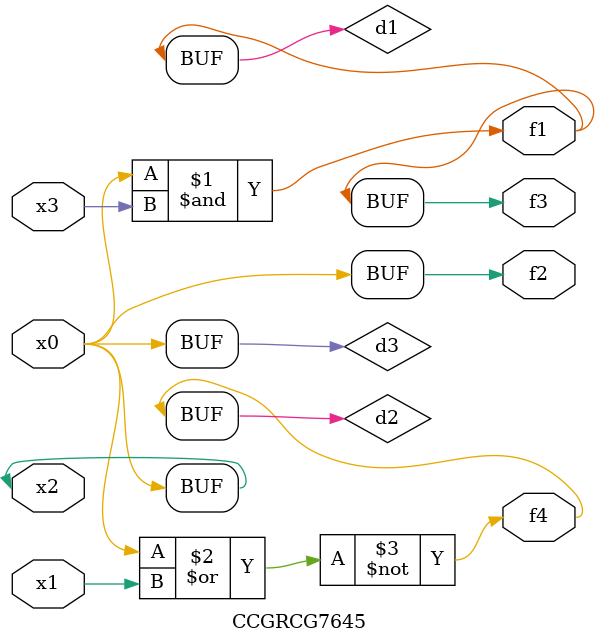
<source format=v>
module CCGRCG7645(
	input x0, x1, x2, x3,
	output f1, f2, f3, f4
);

	wire d1, d2, d3;

	and (d1, x2, x3);
	nor (d2, x0, x1);
	buf (d3, x0, x2);
	assign f1 = d1;
	assign f2 = d3;
	assign f3 = d1;
	assign f4 = d2;
endmodule

</source>
